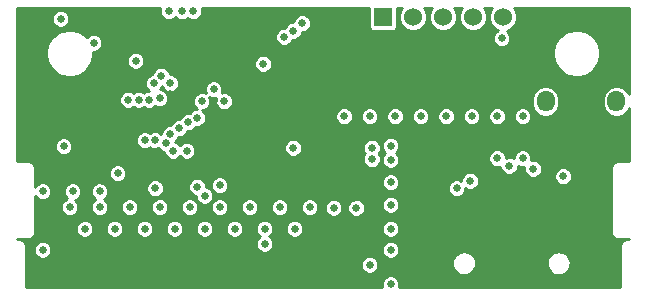
<source format=gbr>
G04 (created by PCBNEW-RS274X (2012-01-19 BZR 3256)-stable) date 26/03/2013 21:56:11*
G01*
G70*
G90*
%MOIN*%
G04 Gerber Fmt 3.4, Leading zero omitted, Abs format*
%FSLAX34Y34*%
G04 APERTURE LIST*
%ADD10C,0.006000*%
%ADD11R,0.060000X0.060000*%
%ADD12C,0.060000*%
%ADD13O,0.060000X0.070000*%
%ADD14C,0.025000*%
%ADD15C,0.010000*%
G04 APERTURE END LIST*
G54D10*
G54D11*
X92400Y-60800D03*
G54D12*
X93400Y-60800D03*
X94400Y-60800D03*
X95400Y-60800D03*
X96400Y-60800D03*
G54D13*
X97819Y-63600D03*
X100181Y-63600D03*
G54D14*
X85150Y-65000D03*
X81950Y-67125D03*
X84800Y-66500D03*
X84250Y-63550D03*
X82950Y-66600D03*
X82950Y-67125D03*
X84600Y-63550D03*
X85700Y-60600D03*
X85000Y-62750D03*
X85250Y-60600D03*
X91100Y-64100D03*
X91950Y-64100D03*
X92800Y-64100D03*
X93650Y-64100D03*
X94500Y-64100D03*
X95350Y-64100D03*
X96200Y-64100D03*
X97050Y-64100D03*
X86075Y-60600D03*
X81650Y-60850D03*
X87100Y-63600D03*
X81050Y-68550D03*
X88450Y-68350D03*
X92025Y-65525D03*
X91500Y-67150D03*
X96200Y-65500D03*
X85900Y-64300D03*
X92650Y-65550D03*
X92650Y-65075D03*
X97050Y-65500D03*
X86200Y-64150D03*
X92650Y-67850D03*
X85850Y-65250D03*
X95300Y-66250D03*
X92650Y-68550D03*
X85400Y-65250D03*
X94850Y-66500D03*
X92650Y-67050D03*
X97400Y-65850D03*
X85300Y-64700D03*
X85600Y-64500D03*
X96600Y-65750D03*
X92650Y-66300D03*
X83950Y-67125D03*
X83550Y-66000D03*
X86950Y-66400D03*
X85950Y-67125D03*
X86950Y-67125D03*
X88950Y-67125D03*
X86200Y-66450D03*
X84950Y-67125D03*
X86450Y-66750D03*
X82050Y-66600D03*
X83900Y-63550D03*
X87950Y-67125D03*
X89950Y-67125D03*
X90750Y-67150D03*
X89100Y-61450D03*
X84800Y-64900D03*
X89400Y-61250D03*
X84450Y-64900D03*
X89700Y-61000D03*
X84150Y-62250D03*
X92650Y-69700D03*
X87450Y-67850D03*
X89450Y-67850D03*
X86450Y-67850D03*
X85300Y-63000D03*
X88450Y-67850D03*
X82450Y-67850D03*
X85450Y-67850D03*
X84450Y-67850D03*
X88400Y-62350D03*
X96350Y-61500D03*
X83450Y-67850D03*
X81050Y-66600D03*
X86350Y-63600D03*
X84950Y-63500D03*
X81750Y-65100D03*
X98400Y-66100D03*
X86750Y-63200D03*
X82750Y-61650D03*
X84750Y-63000D03*
X89400Y-65150D03*
X92025Y-65150D03*
X91950Y-69050D03*
X91950Y-61550D03*
X82800Y-61150D03*
X97600Y-63050D03*
X81300Y-64550D03*
X80700Y-62350D03*
X88350Y-64800D03*
X84100Y-64900D03*
X86750Y-63600D03*
X85300Y-63350D03*
G54D10*
G36*
X100605Y-68205D02*
X100500Y-68205D01*
X100425Y-68220D01*
X100362Y-68262D01*
X100320Y-68325D01*
X100305Y-68400D01*
X100305Y-69805D01*
X99641Y-69805D01*
X99641Y-62039D01*
X99641Y-62038D01*
X99641Y-61962D01*
X99641Y-61961D01*
X99595Y-61732D01*
X99566Y-61661D01*
X99436Y-61468D01*
X99382Y-61414D01*
X99188Y-61284D01*
X99118Y-61255D01*
X98888Y-61209D01*
X98812Y-61209D01*
X98811Y-61209D01*
X98582Y-61255D01*
X98511Y-61284D01*
X98318Y-61414D01*
X98264Y-61468D01*
X98134Y-61662D01*
X98105Y-61732D01*
X98059Y-61962D01*
X98059Y-62038D01*
X98105Y-62268D01*
X98134Y-62338D01*
X98264Y-62532D01*
X98318Y-62586D01*
X98511Y-62716D01*
X98582Y-62745D01*
X98811Y-62791D01*
X98812Y-62791D01*
X98888Y-62791D01*
X99118Y-62745D01*
X99188Y-62716D01*
X99382Y-62586D01*
X99436Y-62532D01*
X99566Y-62339D01*
X99595Y-62268D01*
X99641Y-62039D01*
X99641Y-69805D01*
X98694Y-69805D01*
X98694Y-66159D01*
X98694Y-66042D01*
X98649Y-65934D01*
X98567Y-65851D01*
X98459Y-65806D01*
X98342Y-65806D01*
X98280Y-65831D01*
X98280Y-63752D01*
X98280Y-63569D01*
X98280Y-63449D01*
X98210Y-63280D01*
X98081Y-63150D01*
X97911Y-63079D01*
X97728Y-63079D01*
X97559Y-63149D01*
X97429Y-63278D01*
X97358Y-63448D01*
X97358Y-63631D01*
X97358Y-63751D01*
X97428Y-63920D01*
X97557Y-64050D01*
X97727Y-64121D01*
X97910Y-64121D01*
X98079Y-64051D01*
X98209Y-63922D01*
X98280Y-63752D01*
X98280Y-65831D01*
X98234Y-65851D01*
X98151Y-65933D01*
X98106Y-66041D01*
X98106Y-66158D01*
X98151Y-66266D01*
X98233Y-66349D01*
X98341Y-66394D01*
X98458Y-66394D01*
X98566Y-66349D01*
X98649Y-66267D01*
X98694Y-66159D01*
X98694Y-69805D01*
X98649Y-69805D01*
X98649Y-68980D01*
X98638Y-68904D01*
X98611Y-68829D01*
X98571Y-68763D01*
X98518Y-68704D01*
X98517Y-68702D01*
X98472Y-68670D01*
X98457Y-68658D01*
X98456Y-68657D01*
X98455Y-68657D01*
X98384Y-68624D01*
X98382Y-68623D01*
X98346Y-68614D01*
X98310Y-68605D01*
X98230Y-68601D01*
X98154Y-68612D01*
X98079Y-68639D01*
X98013Y-68679D01*
X97954Y-68731D01*
X97952Y-68733D01*
X97920Y-68777D01*
X97908Y-68793D01*
X97907Y-68793D01*
X97907Y-68795D01*
X97873Y-68868D01*
X97864Y-68904D01*
X97855Y-68940D01*
X97851Y-69020D01*
X97862Y-69096D01*
X97862Y-69097D01*
X97889Y-69171D01*
X97928Y-69236D01*
X97982Y-69296D01*
X97983Y-69297D01*
X98003Y-69312D01*
X98043Y-69342D01*
X98045Y-69343D01*
X98116Y-69376D01*
X98117Y-69377D01*
X98172Y-69390D01*
X98190Y-69395D01*
X98191Y-69395D01*
X98270Y-69399D01*
X98345Y-69388D01*
X98346Y-69388D01*
X98347Y-69387D01*
X98421Y-69361D01*
X98486Y-69322D01*
X98546Y-69268D01*
X98546Y-69267D01*
X98547Y-69267D01*
X98562Y-69246D01*
X98592Y-69207D01*
X98592Y-69206D01*
X98593Y-69205D01*
X98626Y-69134D01*
X98627Y-69133D01*
X98640Y-69078D01*
X98645Y-69060D01*
X98645Y-69059D01*
X98649Y-68980D01*
X98649Y-69805D01*
X97694Y-69805D01*
X97694Y-65909D01*
X97694Y-65792D01*
X97649Y-65684D01*
X97567Y-65601D01*
X97459Y-65556D01*
X97344Y-65556D01*
X97344Y-65442D01*
X97344Y-64159D01*
X97344Y-64042D01*
X97299Y-63934D01*
X97217Y-63851D01*
X97109Y-63806D01*
X96992Y-63806D01*
X96884Y-63851D01*
X96801Y-63933D01*
X96756Y-64041D01*
X96756Y-64158D01*
X96801Y-64266D01*
X96883Y-64349D01*
X96991Y-64394D01*
X97108Y-64394D01*
X97216Y-64349D01*
X97299Y-64267D01*
X97344Y-64159D01*
X97344Y-65442D01*
X97299Y-65334D01*
X97217Y-65251D01*
X97109Y-65206D01*
X96992Y-65206D01*
X96884Y-65251D01*
X96801Y-65333D01*
X96756Y-65441D01*
X96756Y-65496D01*
X96659Y-65456D01*
X96542Y-65456D01*
X96494Y-65476D01*
X96494Y-65442D01*
X96494Y-64159D01*
X96494Y-64042D01*
X96449Y-63934D01*
X96367Y-63851D01*
X96259Y-63806D01*
X96142Y-63806D01*
X96034Y-63851D01*
X95951Y-63933D01*
X95906Y-64041D01*
X95906Y-64158D01*
X95951Y-64266D01*
X96033Y-64349D01*
X96141Y-64394D01*
X96258Y-64394D01*
X96366Y-64349D01*
X96449Y-64267D01*
X96494Y-64159D01*
X96494Y-65442D01*
X96449Y-65334D01*
X96367Y-65251D01*
X96259Y-65206D01*
X96142Y-65206D01*
X96034Y-65251D01*
X95951Y-65333D01*
X95906Y-65441D01*
X95906Y-65558D01*
X95951Y-65666D01*
X96033Y-65749D01*
X96141Y-65794D01*
X96258Y-65794D01*
X96306Y-65774D01*
X96306Y-65808D01*
X96351Y-65916D01*
X96433Y-65999D01*
X96541Y-66044D01*
X96658Y-66044D01*
X96766Y-65999D01*
X96849Y-65917D01*
X96894Y-65809D01*
X96894Y-65753D01*
X96991Y-65794D01*
X97106Y-65794D01*
X97106Y-65908D01*
X97151Y-66016D01*
X97233Y-66099D01*
X97341Y-66144D01*
X97458Y-66144D01*
X97566Y-66099D01*
X97649Y-66017D01*
X97694Y-65909D01*
X97694Y-69805D01*
X95644Y-69805D01*
X95644Y-64159D01*
X95644Y-64042D01*
X95599Y-63934D01*
X95517Y-63851D01*
X95409Y-63806D01*
X95292Y-63806D01*
X95184Y-63851D01*
X95101Y-63933D01*
X95056Y-64041D01*
X95056Y-64158D01*
X95101Y-64266D01*
X95183Y-64349D01*
X95291Y-64394D01*
X95408Y-64394D01*
X95516Y-64349D01*
X95599Y-64267D01*
X95644Y-64159D01*
X95644Y-69805D01*
X95594Y-69805D01*
X95594Y-66309D01*
X95594Y-66192D01*
X95549Y-66084D01*
X95467Y-66001D01*
X95359Y-65956D01*
X95242Y-65956D01*
X95134Y-66001D01*
X95051Y-66083D01*
X95006Y-66191D01*
X95006Y-66246D01*
X94909Y-66206D01*
X94794Y-66206D01*
X94794Y-64159D01*
X94794Y-64042D01*
X94749Y-63934D01*
X94667Y-63851D01*
X94559Y-63806D01*
X94442Y-63806D01*
X94334Y-63851D01*
X94251Y-63933D01*
X94206Y-64041D01*
X94206Y-64158D01*
X94251Y-64266D01*
X94333Y-64349D01*
X94441Y-64394D01*
X94558Y-64394D01*
X94666Y-64349D01*
X94749Y-64267D01*
X94794Y-64159D01*
X94794Y-66206D01*
X94792Y-66206D01*
X94684Y-66251D01*
X94601Y-66333D01*
X94556Y-66441D01*
X94556Y-66558D01*
X94601Y-66666D01*
X94683Y-66749D01*
X94791Y-66794D01*
X94908Y-66794D01*
X95016Y-66749D01*
X95099Y-66667D01*
X95144Y-66559D01*
X95144Y-66503D01*
X95241Y-66544D01*
X95358Y-66544D01*
X95466Y-66499D01*
X95549Y-66417D01*
X95594Y-66309D01*
X95594Y-69805D01*
X95499Y-69805D01*
X95499Y-68980D01*
X95488Y-68904D01*
X95461Y-68829D01*
X95421Y-68763D01*
X95368Y-68704D01*
X95367Y-68702D01*
X95322Y-68670D01*
X95307Y-68658D01*
X95306Y-68657D01*
X95305Y-68657D01*
X95234Y-68624D01*
X95232Y-68623D01*
X95196Y-68614D01*
X95160Y-68605D01*
X95080Y-68601D01*
X95004Y-68612D01*
X94929Y-68639D01*
X94863Y-68679D01*
X94804Y-68731D01*
X94802Y-68733D01*
X94770Y-68777D01*
X94758Y-68793D01*
X94757Y-68793D01*
X94757Y-68795D01*
X94723Y-68868D01*
X94714Y-68904D01*
X94705Y-68940D01*
X94701Y-69020D01*
X94712Y-69096D01*
X94712Y-69097D01*
X94739Y-69171D01*
X94778Y-69236D01*
X94832Y-69296D01*
X94833Y-69297D01*
X94853Y-69312D01*
X94893Y-69342D01*
X94895Y-69343D01*
X94966Y-69376D01*
X94967Y-69377D01*
X95022Y-69390D01*
X95040Y-69395D01*
X95041Y-69395D01*
X95120Y-69399D01*
X95195Y-69388D01*
X95196Y-69388D01*
X95197Y-69387D01*
X95271Y-69361D01*
X95336Y-69322D01*
X95396Y-69268D01*
X95396Y-69267D01*
X95397Y-69267D01*
X95412Y-69246D01*
X95442Y-69207D01*
X95442Y-69206D01*
X95443Y-69205D01*
X95476Y-69134D01*
X95477Y-69133D01*
X95490Y-69078D01*
X95495Y-69060D01*
X95495Y-69059D01*
X95499Y-68980D01*
X95499Y-69805D01*
X93944Y-69805D01*
X93944Y-64159D01*
X93944Y-64042D01*
X93899Y-63934D01*
X93817Y-63851D01*
X93709Y-63806D01*
X93592Y-63806D01*
X93484Y-63851D01*
X93401Y-63933D01*
X93356Y-64041D01*
X93356Y-64158D01*
X93401Y-64266D01*
X93483Y-64349D01*
X93591Y-64394D01*
X93708Y-64394D01*
X93816Y-64349D01*
X93899Y-64267D01*
X93944Y-64159D01*
X93944Y-69805D01*
X93094Y-69805D01*
X93094Y-64159D01*
X93094Y-64042D01*
X93049Y-63934D01*
X92967Y-63851D01*
X92859Y-63806D01*
X92742Y-63806D01*
X92634Y-63851D01*
X92551Y-63933D01*
X92506Y-64041D01*
X92506Y-64158D01*
X92551Y-64266D01*
X92633Y-64349D01*
X92741Y-64394D01*
X92858Y-64394D01*
X92966Y-64349D01*
X93049Y-64267D01*
X93094Y-64159D01*
X93094Y-69805D01*
X92924Y-69805D01*
X92944Y-69759D01*
X92944Y-69642D01*
X92944Y-68609D01*
X92944Y-68492D01*
X92944Y-67909D01*
X92944Y-67792D01*
X92944Y-67109D01*
X92944Y-66992D01*
X92944Y-66359D01*
X92944Y-66242D01*
X92944Y-65609D01*
X92944Y-65492D01*
X92899Y-65384D01*
X92828Y-65312D01*
X92899Y-65242D01*
X92944Y-65134D01*
X92944Y-65017D01*
X92899Y-64909D01*
X92817Y-64826D01*
X92709Y-64781D01*
X92592Y-64781D01*
X92484Y-64826D01*
X92401Y-64908D01*
X92356Y-65016D01*
X92356Y-65133D01*
X92401Y-65241D01*
X92471Y-65312D01*
X92401Y-65383D01*
X92356Y-65491D01*
X92356Y-65608D01*
X92401Y-65716D01*
X92483Y-65799D01*
X92591Y-65844D01*
X92708Y-65844D01*
X92816Y-65799D01*
X92899Y-65717D01*
X92944Y-65609D01*
X92944Y-66242D01*
X92899Y-66134D01*
X92817Y-66051D01*
X92709Y-66006D01*
X92592Y-66006D01*
X92484Y-66051D01*
X92401Y-66133D01*
X92356Y-66241D01*
X92356Y-66358D01*
X92401Y-66466D01*
X92483Y-66549D01*
X92591Y-66594D01*
X92708Y-66594D01*
X92816Y-66549D01*
X92899Y-66467D01*
X92944Y-66359D01*
X92944Y-66992D01*
X92899Y-66884D01*
X92817Y-66801D01*
X92709Y-66756D01*
X92592Y-66756D01*
X92484Y-66801D01*
X92401Y-66883D01*
X92356Y-66991D01*
X92356Y-67108D01*
X92401Y-67216D01*
X92483Y-67299D01*
X92591Y-67344D01*
X92708Y-67344D01*
X92816Y-67299D01*
X92899Y-67217D01*
X92944Y-67109D01*
X92944Y-67792D01*
X92899Y-67684D01*
X92817Y-67601D01*
X92709Y-67556D01*
X92592Y-67556D01*
X92484Y-67601D01*
X92401Y-67683D01*
X92356Y-67791D01*
X92356Y-67908D01*
X92401Y-68016D01*
X92483Y-68099D01*
X92591Y-68144D01*
X92708Y-68144D01*
X92816Y-68099D01*
X92899Y-68017D01*
X92944Y-67909D01*
X92944Y-68492D01*
X92899Y-68384D01*
X92817Y-68301D01*
X92709Y-68256D01*
X92592Y-68256D01*
X92484Y-68301D01*
X92401Y-68383D01*
X92356Y-68491D01*
X92356Y-68608D01*
X92401Y-68716D01*
X92483Y-68799D01*
X92591Y-68844D01*
X92708Y-68844D01*
X92816Y-68799D01*
X92899Y-68717D01*
X92944Y-68609D01*
X92944Y-69642D01*
X92899Y-69534D01*
X92817Y-69451D01*
X92709Y-69406D01*
X92592Y-69406D01*
X92484Y-69451D01*
X92401Y-69533D01*
X92356Y-69641D01*
X92356Y-69758D01*
X92375Y-69805D01*
X92319Y-69805D01*
X92319Y-65584D01*
X92319Y-65467D01*
X92274Y-65359D01*
X92253Y-65337D01*
X92274Y-65317D01*
X92319Y-65209D01*
X92319Y-65092D01*
X92274Y-64984D01*
X92244Y-64953D01*
X92244Y-64159D01*
X92244Y-64042D01*
X92199Y-63934D01*
X92117Y-63851D01*
X92009Y-63806D01*
X91892Y-63806D01*
X91784Y-63851D01*
X91701Y-63933D01*
X91656Y-64041D01*
X91656Y-64158D01*
X91701Y-64266D01*
X91783Y-64349D01*
X91891Y-64394D01*
X92008Y-64394D01*
X92116Y-64349D01*
X92199Y-64267D01*
X92244Y-64159D01*
X92244Y-64953D01*
X92192Y-64901D01*
X92084Y-64856D01*
X91967Y-64856D01*
X91859Y-64901D01*
X91776Y-64983D01*
X91731Y-65091D01*
X91731Y-65208D01*
X91776Y-65316D01*
X91796Y-65337D01*
X91776Y-65358D01*
X91731Y-65466D01*
X91731Y-65583D01*
X91776Y-65691D01*
X91858Y-65774D01*
X91966Y-65819D01*
X92083Y-65819D01*
X92191Y-65774D01*
X92274Y-65692D01*
X92319Y-65584D01*
X92319Y-69805D01*
X92244Y-69805D01*
X92244Y-69109D01*
X92244Y-68992D01*
X92199Y-68884D01*
X92117Y-68801D01*
X92009Y-68756D01*
X91892Y-68756D01*
X91794Y-68796D01*
X91794Y-67209D01*
X91794Y-67092D01*
X91749Y-66984D01*
X91667Y-66901D01*
X91559Y-66856D01*
X91442Y-66856D01*
X91394Y-66876D01*
X91394Y-64159D01*
X91394Y-64042D01*
X91349Y-63934D01*
X91267Y-63851D01*
X91159Y-63806D01*
X91042Y-63806D01*
X90934Y-63851D01*
X90851Y-63933D01*
X90806Y-64041D01*
X90806Y-64158D01*
X90851Y-64266D01*
X90933Y-64349D01*
X91041Y-64394D01*
X91158Y-64394D01*
X91266Y-64349D01*
X91349Y-64267D01*
X91394Y-64159D01*
X91394Y-66876D01*
X91334Y-66901D01*
X91251Y-66983D01*
X91206Y-67091D01*
X91206Y-67208D01*
X91251Y-67316D01*
X91333Y-67399D01*
X91441Y-67444D01*
X91558Y-67444D01*
X91666Y-67399D01*
X91749Y-67317D01*
X91794Y-67209D01*
X91794Y-68796D01*
X91784Y-68801D01*
X91701Y-68883D01*
X91656Y-68991D01*
X91656Y-69108D01*
X91701Y-69216D01*
X91783Y-69299D01*
X91891Y-69344D01*
X92008Y-69344D01*
X92116Y-69299D01*
X92199Y-69217D01*
X92244Y-69109D01*
X92244Y-69805D01*
X91044Y-69805D01*
X91044Y-67209D01*
X91044Y-67092D01*
X90999Y-66984D01*
X90917Y-66901D01*
X90809Y-66856D01*
X90692Y-66856D01*
X90584Y-66901D01*
X90501Y-66983D01*
X90456Y-67091D01*
X90456Y-67208D01*
X90501Y-67316D01*
X90583Y-67399D01*
X90691Y-67444D01*
X90808Y-67444D01*
X90916Y-67399D01*
X90999Y-67317D01*
X91044Y-67209D01*
X91044Y-69805D01*
X90244Y-69805D01*
X90244Y-67184D01*
X90244Y-67067D01*
X90199Y-66959D01*
X90117Y-66876D01*
X90009Y-66831D01*
X89994Y-66831D01*
X89994Y-61059D01*
X89994Y-60942D01*
X89949Y-60834D01*
X89867Y-60751D01*
X89759Y-60706D01*
X89642Y-60706D01*
X89534Y-60751D01*
X89451Y-60833D01*
X89406Y-60941D01*
X89406Y-60956D01*
X89342Y-60956D01*
X89234Y-61001D01*
X89151Y-61083D01*
X89120Y-61156D01*
X89042Y-61156D01*
X88934Y-61201D01*
X88851Y-61283D01*
X88806Y-61391D01*
X88806Y-61508D01*
X88851Y-61616D01*
X88933Y-61699D01*
X89041Y-61744D01*
X89158Y-61744D01*
X89266Y-61699D01*
X89349Y-61617D01*
X89379Y-61544D01*
X89458Y-61544D01*
X89566Y-61499D01*
X89649Y-61417D01*
X89694Y-61309D01*
X89694Y-61294D01*
X89758Y-61294D01*
X89866Y-61249D01*
X89949Y-61167D01*
X89994Y-61059D01*
X89994Y-66831D01*
X89892Y-66831D01*
X89784Y-66876D01*
X89701Y-66958D01*
X89694Y-66974D01*
X89694Y-65209D01*
X89694Y-65092D01*
X89649Y-64984D01*
X89567Y-64901D01*
X89459Y-64856D01*
X89342Y-64856D01*
X89234Y-64901D01*
X89151Y-64983D01*
X89106Y-65091D01*
X89106Y-65208D01*
X89151Y-65316D01*
X89233Y-65399D01*
X89341Y-65444D01*
X89458Y-65444D01*
X89566Y-65399D01*
X89649Y-65317D01*
X89694Y-65209D01*
X89694Y-66974D01*
X89656Y-67066D01*
X89656Y-67183D01*
X89701Y-67291D01*
X89783Y-67374D01*
X89891Y-67419D01*
X90008Y-67419D01*
X90116Y-67374D01*
X90199Y-67292D01*
X90244Y-67184D01*
X90244Y-69805D01*
X89744Y-69805D01*
X89744Y-67909D01*
X89744Y-67792D01*
X89699Y-67684D01*
X89617Y-67601D01*
X89509Y-67556D01*
X89392Y-67556D01*
X89284Y-67601D01*
X89244Y-67640D01*
X89244Y-67184D01*
X89244Y-67067D01*
X89199Y-66959D01*
X89117Y-66876D01*
X89009Y-66831D01*
X88892Y-66831D01*
X88784Y-66876D01*
X88701Y-66958D01*
X88694Y-66974D01*
X88694Y-62409D01*
X88694Y-62292D01*
X88649Y-62184D01*
X88567Y-62101D01*
X88459Y-62056D01*
X88342Y-62056D01*
X88234Y-62101D01*
X88151Y-62183D01*
X88106Y-62291D01*
X88106Y-62408D01*
X88151Y-62516D01*
X88233Y-62599D01*
X88341Y-62644D01*
X88458Y-62644D01*
X88566Y-62599D01*
X88649Y-62517D01*
X88694Y-62409D01*
X88694Y-66974D01*
X88656Y-67066D01*
X88656Y-67183D01*
X88701Y-67291D01*
X88783Y-67374D01*
X88891Y-67419D01*
X89008Y-67419D01*
X89116Y-67374D01*
X89199Y-67292D01*
X89244Y-67184D01*
X89244Y-67640D01*
X89201Y-67683D01*
X89156Y-67791D01*
X89156Y-67908D01*
X89201Y-68016D01*
X89283Y-68099D01*
X89391Y-68144D01*
X89508Y-68144D01*
X89616Y-68099D01*
X89699Y-68017D01*
X89744Y-67909D01*
X89744Y-69805D01*
X88744Y-69805D01*
X88744Y-68409D01*
X88744Y-68292D01*
X88699Y-68184D01*
X88617Y-68101D01*
X88614Y-68099D01*
X88616Y-68099D01*
X88699Y-68017D01*
X88744Y-67909D01*
X88744Y-67792D01*
X88699Y-67684D01*
X88617Y-67601D01*
X88509Y-67556D01*
X88392Y-67556D01*
X88284Y-67601D01*
X88244Y-67640D01*
X88244Y-67184D01*
X88244Y-67067D01*
X88199Y-66959D01*
X88117Y-66876D01*
X88009Y-66831D01*
X87892Y-66831D01*
X87784Y-66876D01*
X87701Y-66958D01*
X87656Y-67066D01*
X87656Y-67183D01*
X87701Y-67291D01*
X87783Y-67374D01*
X87891Y-67419D01*
X88008Y-67419D01*
X88116Y-67374D01*
X88199Y-67292D01*
X88244Y-67184D01*
X88244Y-67640D01*
X88201Y-67683D01*
X88156Y-67791D01*
X88156Y-67908D01*
X88201Y-68016D01*
X88283Y-68099D01*
X88285Y-68100D01*
X88284Y-68101D01*
X88201Y-68183D01*
X88156Y-68291D01*
X88156Y-68408D01*
X88201Y-68516D01*
X88283Y-68599D01*
X88391Y-68644D01*
X88508Y-68644D01*
X88616Y-68599D01*
X88699Y-68517D01*
X88744Y-68409D01*
X88744Y-69805D01*
X87744Y-69805D01*
X87744Y-67909D01*
X87744Y-67792D01*
X87699Y-67684D01*
X87617Y-67601D01*
X87509Y-67556D01*
X87394Y-67556D01*
X87394Y-63659D01*
X87394Y-63542D01*
X87349Y-63434D01*
X87267Y-63351D01*
X87159Y-63306D01*
X87042Y-63306D01*
X87020Y-63314D01*
X87044Y-63259D01*
X87044Y-63142D01*
X86999Y-63034D01*
X86917Y-62951D01*
X86809Y-62906D01*
X86692Y-62906D01*
X86584Y-62951D01*
X86501Y-63033D01*
X86456Y-63141D01*
X86456Y-63258D01*
X86490Y-63339D01*
X86409Y-63306D01*
X86292Y-63306D01*
X86184Y-63351D01*
X86101Y-63433D01*
X86056Y-63541D01*
X86056Y-63658D01*
X86101Y-63766D01*
X86183Y-63849D01*
X86199Y-63856D01*
X86142Y-63856D01*
X86034Y-63901D01*
X85951Y-63983D01*
X85941Y-64006D01*
X85842Y-64006D01*
X85734Y-64051D01*
X85651Y-64133D01*
X85620Y-64206D01*
X85594Y-64206D01*
X85594Y-63059D01*
X85594Y-62942D01*
X85549Y-62834D01*
X85467Y-62751D01*
X85359Y-62706D01*
X85294Y-62706D01*
X85294Y-62692D01*
X85249Y-62584D01*
X85167Y-62501D01*
X85059Y-62456D01*
X84942Y-62456D01*
X84834Y-62501D01*
X84751Y-62583D01*
X84706Y-62691D01*
X84706Y-62706D01*
X84692Y-62706D01*
X84584Y-62751D01*
X84501Y-62833D01*
X84456Y-62941D01*
X84456Y-63058D01*
X84501Y-63166D01*
X84583Y-63249D01*
X84599Y-63256D01*
X84542Y-63256D01*
X84444Y-63296D01*
X84444Y-62309D01*
X84444Y-62192D01*
X84399Y-62084D01*
X84317Y-62001D01*
X84209Y-61956D01*
X84092Y-61956D01*
X83984Y-62001D01*
X83901Y-62083D01*
X83856Y-62191D01*
X83856Y-62308D01*
X83901Y-62416D01*
X83983Y-62499D01*
X84091Y-62544D01*
X84208Y-62544D01*
X84316Y-62499D01*
X84399Y-62417D01*
X84444Y-62309D01*
X84444Y-63296D01*
X84434Y-63301D01*
X84425Y-63309D01*
X84417Y-63301D01*
X84309Y-63256D01*
X84192Y-63256D01*
X84084Y-63301D01*
X84075Y-63309D01*
X84067Y-63301D01*
X83959Y-63256D01*
X83842Y-63256D01*
X83734Y-63301D01*
X83651Y-63383D01*
X83606Y-63491D01*
X83606Y-63608D01*
X83651Y-63716D01*
X83733Y-63799D01*
X83841Y-63844D01*
X83958Y-63844D01*
X84066Y-63799D01*
X84074Y-63790D01*
X84083Y-63799D01*
X84191Y-63844D01*
X84308Y-63844D01*
X84416Y-63799D01*
X84424Y-63790D01*
X84433Y-63799D01*
X84541Y-63844D01*
X84658Y-63844D01*
X84766Y-63799D01*
X84806Y-63758D01*
X84891Y-63794D01*
X85008Y-63794D01*
X85116Y-63749D01*
X85199Y-63667D01*
X85244Y-63559D01*
X85244Y-63442D01*
X85199Y-63334D01*
X85117Y-63251D01*
X85009Y-63206D01*
X84959Y-63206D01*
X84999Y-63167D01*
X85025Y-63104D01*
X85051Y-63166D01*
X85133Y-63249D01*
X85241Y-63294D01*
X85358Y-63294D01*
X85466Y-63249D01*
X85549Y-63167D01*
X85594Y-63059D01*
X85594Y-64206D01*
X85542Y-64206D01*
X85434Y-64251D01*
X85351Y-64333D01*
X85320Y-64406D01*
X85242Y-64406D01*
X85134Y-64451D01*
X85051Y-64533D01*
X85006Y-64641D01*
X85006Y-64690D01*
X84967Y-64651D01*
X84859Y-64606D01*
X84742Y-64606D01*
X84634Y-64651D01*
X84625Y-64659D01*
X84617Y-64651D01*
X84509Y-64606D01*
X84392Y-64606D01*
X84284Y-64651D01*
X84201Y-64733D01*
X84156Y-64841D01*
X84156Y-64958D01*
X84201Y-65066D01*
X84283Y-65149D01*
X84391Y-65194D01*
X84508Y-65194D01*
X84616Y-65149D01*
X84624Y-65140D01*
X84633Y-65149D01*
X84741Y-65194D01*
X84858Y-65194D01*
X84908Y-65173D01*
X84983Y-65249D01*
X85091Y-65294D01*
X85106Y-65294D01*
X85106Y-65308D01*
X85151Y-65416D01*
X85233Y-65499D01*
X85341Y-65544D01*
X85458Y-65544D01*
X85566Y-65499D01*
X85625Y-65440D01*
X85683Y-65499D01*
X85791Y-65544D01*
X85908Y-65544D01*
X86016Y-65499D01*
X86099Y-65417D01*
X86144Y-65309D01*
X86144Y-65192D01*
X86099Y-65084D01*
X86017Y-65001D01*
X85909Y-64956D01*
X85792Y-64956D01*
X85684Y-65001D01*
X85624Y-65059D01*
X85567Y-65001D01*
X85459Y-64956D01*
X85449Y-64956D01*
X85466Y-64949D01*
X85549Y-64867D01*
X85579Y-64794D01*
X85658Y-64794D01*
X85766Y-64749D01*
X85849Y-64667D01*
X85879Y-64594D01*
X85958Y-64594D01*
X86066Y-64549D01*
X86149Y-64467D01*
X86158Y-64444D01*
X86258Y-64444D01*
X86366Y-64399D01*
X86449Y-64317D01*
X86494Y-64209D01*
X86494Y-64092D01*
X86449Y-63984D01*
X86367Y-63901D01*
X86350Y-63894D01*
X86408Y-63894D01*
X86516Y-63849D01*
X86599Y-63767D01*
X86644Y-63659D01*
X86644Y-63542D01*
X86609Y-63460D01*
X86691Y-63494D01*
X86808Y-63494D01*
X86829Y-63485D01*
X86806Y-63541D01*
X86806Y-63658D01*
X86851Y-63766D01*
X86933Y-63849D01*
X87041Y-63894D01*
X87158Y-63894D01*
X87266Y-63849D01*
X87349Y-63767D01*
X87394Y-63659D01*
X87394Y-67556D01*
X87392Y-67556D01*
X87284Y-67601D01*
X87244Y-67640D01*
X87244Y-67184D01*
X87244Y-67067D01*
X87244Y-66459D01*
X87244Y-66342D01*
X87199Y-66234D01*
X87117Y-66151D01*
X87009Y-66106D01*
X86892Y-66106D01*
X86784Y-66151D01*
X86701Y-66233D01*
X86656Y-66341D01*
X86656Y-66458D01*
X86701Y-66566D01*
X86783Y-66649D01*
X86891Y-66694D01*
X87008Y-66694D01*
X87116Y-66649D01*
X87199Y-66567D01*
X87244Y-66459D01*
X87244Y-67067D01*
X87199Y-66959D01*
X87117Y-66876D01*
X87009Y-66831D01*
X86892Y-66831D01*
X86784Y-66876D01*
X86744Y-66915D01*
X86744Y-66809D01*
X86744Y-66692D01*
X86699Y-66584D01*
X86617Y-66501D01*
X86509Y-66456D01*
X86494Y-66456D01*
X86494Y-66392D01*
X86449Y-66284D01*
X86367Y-66201D01*
X86259Y-66156D01*
X86142Y-66156D01*
X86034Y-66201D01*
X85951Y-66283D01*
X85906Y-66391D01*
X85906Y-66508D01*
X85951Y-66616D01*
X86033Y-66699D01*
X86141Y-66744D01*
X86156Y-66744D01*
X86156Y-66808D01*
X86201Y-66916D01*
X86283Y-66999D01*
X86391Y-67044D01*
X86508Y-67044D01*
X86616Y-66999D01*
X86699Y-66917D01*
X86744Y-66809D01*
X86744Y-66915D01*
X86701Y-66958D01*
X86656Y-67066D01*
X86656Y-67183D01*
X86701Y-67291D01*
X86783Y-67374D01*
X86891Y-67419D01*
X87008Y-67419D01*
X87116Y-67374D01*
X87199Y-67292D01*
X87244Y-67184D01*
X87244Y-67640D01*
X87201Y-67683D01*
X87156Y-67791D01*
X87156Y-67908D01*
X87201Y-68016D01*
X87283Y-68099D01*
X87391Y-68144D01*
X87508Y-68144D01*
X87616Y-68099D01*
X87699Y-68017D01*
X87744Y-67909D01*
X87744Y-69805D01*
X86744Y-69805D01*
X86744Y-67909D01*
X86744Y-67792D01*
X86699Y-67684D01*
X86617Y-67601D01*
X86509Y-67556D01*
X86392Y-67556D01*
X86284Y-67601D01*
X86244Y-67640D01*
X86244Y-67184D01*
X86244Y-67067D01*
X86199Y-66959D01*
X86117Y-66876D01*
X86009Y-66831D01*
X85892Y-66831D01*
X85784Y-66876D01*
X85701Y-66958D01*
X85656Y-67066D01*
X85656Y-67183D01*
X85701Y-67291D01*
X85783Y-67374D01*
X85891Y-67419D01*
X86008Y-67419D01*
X86116Y-67374D01*
X86199Y-67292D01*
X86244Y-67184D01*
X86244Y-67640D01*
X86201Y-67683D01*
X86156Y-67791D01*
X86156Y-67908D01*
X86201Y-68016D01*
X86283Y-68099D01*
X86391Y-68144D01*
X86508Y-68144D01*
X86616Y-68099D01*
X86699Y-68017D01*
X86744Y-67909D01*
X86744Y-69805D01*
X85744Y-69805D01*
X85744Y-67909D01*
X85744Y-67792D01*
X85699Y-67684D01*
X85617Y-67601D01*
X85509Y-67556D01*
X85392Y-67556D01*
X85284Y-67601D01*
X85244Y-67640D01*
X85244Y-67184D01*
X85244Y-67067D01*
X85199Y-66959D01*
X85117Y-66876D01*
X85094Y-66866D01*
X85094Y-66559D01*
X85094Y-66442D01*
X85049Y-66334D01*
X84967Y-66251D01*
X84859Y-66206D01*
X84742Y-66206D01*
X84634Y-66251D01*
X84551Y-66333D01*
X84506Y-66441D01*
X84506Y-66558D01*
X84551Y-66666D01*
X84633Y-66749D01*
X84741Y-66794D01*
X84858Y-66794D01*
X84966Y-66749D01*
X85049Y-66667D01*
X85094Y-66559D01*
X85094Y-66866D01*
X85009Y-66831D01*
X84892Y-66831D01*
X84784Y-66876D01*
X84701Y-66958D01*
X84656Y-67066D01*
X84656Y-67183D01*
X84701Y-67291D01*
X84783Y-67374D01*
X84891Y-67419D01*
X85008Y-67419D01*
X85116Y-67374D01*
X85199Y-67292D01*
X85244Y-67184D01*
X85244Y-67640D01*
X85201Y-67683D01*
X85156Y-67791D01*
X85156Y-67908D01*
X85201Y-68016D01*
X85283Y-68099D01*
X85391Y-68144D01*
X85508Y-68144D01*
X85616Y-68099D01*
X85699Y-68017D01*
X85744Y-67909D01*
X85744Y-69805D01*
X84744Y-69805D01*
X84744Y-67909D01*
X84744Y-67792D01*
X84699Y-67684D01*
X84617Y-67601D01*
X84509Y-67556D01*
X84392Y-67556D01*
X84284Y-67601D01*
X84244Y-67640D01*
X84244Y-67184D01*
X84244Y-67067D01*
X84199Y-66959D01*
X84117Y-66876D01*
X84009Y-66831D01*
X83892Y-66831D01*
X83844Y-66851D01*
X83844Y-66059D01*
X83844Y-65942D01*
X83799Y-65834D01*
X83717Y-65751D01*
X83609Y-65706D01*
X83492Y-65706D01*
X83384Y-65751D01*
X83301Y-65833D01*
X83256Y-65941D01*
X83256Y-66058D01*
X83301Y-66166D01*
X83383Y-66249D01*
X83491Y-66294D01*
X83608Y-66294D01*
X83716Y-66249D01*
X83799Y-66167D01*
X83844Y-66059D01*
X83844Y-66851D01*
X83784Y-66876D01*
X83701Y-66958D01*
X83656Y-67066D01*
X83656Y-67183D01*
X83701Y-67291D01*
X83783Y-67374D01*
X83891Y-67419D01*
X84008Y-67419D01*
X84116Y-67374D01*
X84199Y-67292D01*
X84244Y-67184D01*
X84244Y-67640D01*
X84201Y-67683D01*
X84156Y-67791D01*
X84156Y-67908D01*
X84201Y-68016D01*
X84283Y-68099D01*
X84391Y-68144D01*
X84508Y-68144D01*
X84616Y-68099D01*
X84699Y-68017D01*
X84744Y-67909D01*
X84744Y-69805D01*
X83744Y-69805D01*
X83744Y-67909D01*
X83744Y-67792D01*
X83699Y-67684D01*
X83617Y-67601D01*
X83509Y-67556D01*
X83392Y-67556D01*
X83284Y-67601D01*
X83244Y-67640D01*
X83244Y-67184D01*
X83244Y-67067D01*
X83199Y-66959D01*
X83117Y-66876D01*
X83084Y-66862D01*
X83116Y-66849D01*
X83199Y-66767D01*
X83244Y-66659D01*
X83244Y-66542D01*
X83199Y-66434D01*
X83117Y-66351D01*
X83044Y-66320D01*
X83044Y-61709D01*
X83044Y-61592D01*
X82999Y-61484D01*
X82917Y-61401D01*
X82809Y-61356D01*
X82692Y-61356D01*
X82584Y-61401D01*
X82526Y-61458D01*
X82482Y-61414D01*
X82288Y-61284D01*
X82218Y-61255D01*
X81988Y-61209D01*
X81944Y-61209D01*
X81944Y-60909D01*
X81944Y-60792D01*
X81899Y-60684D01*
X81817Y-60601D01*
X81709Y-60556D01*
X81592Y-60556D01*
X81484Y-60601D01*
X81401Y-60683D01*
X81356Y-60791D01*
X81356Y-60908D01*
X81401Y-61016D01*
X81483Y-61099D01*
X81591Y-61144D01*
X81708Y-61144D01*
X81816Y-61099D01*
X81899Y-61017D01*
X81944Y-60909D01*
X81944Y-61209D01*
X81912Y-61209D01*
X81911Y-61209D01*
X81682Y-61255D01*
X81611Y-61284D01*
X81418Y-61414D01*
X81364Y-61468D01*
X81234Y-61662D01*
X81205Y-61732D01*
X81159Y-61962D01*
X81159Y-62038D01*
X81205Y-62268D01*
X81234Y-62338D01*
X81364Y-62532D01*
X81418Y-62586D01*
X81611Y-62716D01*
X81682Y-62745D01*
X81911Y-62791D01*
X81912Y-62791D01*
X81988Y-62791D01*
X82218Y-62745D01*
X82288Y-62716D01*
X82482Y-62586D01*
X82536Y-62532D01*
X82666Y-62339D01*
X82695Y-62268D01*
X82741Y-62039D01*
X82741Y-62038D01*
X82741Y-61962D01*
X82741Y-61961D01*
X82737Y-61944D01*
X82808Y-61944D01*
X82916Y-61899D01*
X82999Y-61817D01*
X83044Y-61709D01*
X83044Y-66320D01*
X83009Y-66306D01*
X82892Y-66306D01*
X82784Y-66351D01*
X82701Y-66433D01*
X82656Y-66541D01*
X82656Y-66658D01*
X82701Y-66766D01*
X82783Y-66849D01*
X82815Y-66862D01*
X82784Y-66876D01*
X82701Y-66958D01*
X82656Y-67066D01*
X82656Y-67183D01*
X82701Y-67291D01*
X82783Y-67374D01*
X82891Y-67419D01*
X83008Y-67419D01*
X83116Y-67374D01*
X83199Y-67292D01*
X83244Y-67184D01*
X83244Y-67640D01*
X83201Y-67683D01*
X83156Y-67791D01*
X83156Y-67908D01*
X83201Y-68016D01*
X83283Y-68099D01*
X83391Y-68144D01*
X83508Y-68144D01*
X83616Y-68099D01*
X83699Y-68017D01*
X83744Y-67909D01*
X83744Y-69805D01*
X82744Y-69805D01*
X82744Y-67909D01*
X82744Y-67792D01*
X82699Y-67684D01*
X82617Y-67601D01*
X82509Y-67556D01*
X82392Y-67556D01*
X82344Y-67576D01*
X82344Y-66659D01*
X82344Y-66542D01*
X82299Y-66434D01*
X82217Y-66351D01*
X82109Y-66306D01*
X82044Y-66306D01*
X82044Y-65159D01*
X82044Y-65042D01*
X81999Y-64934D01*
X81917Y-64851D01*
X81809Y-64806D01*
X81692Y-64806D01*
X81584Y-64851D01*
X81501Y-64933D01*
X81456Y-65041D01*
X81456Y-65158D01*
X81501Y-65266D01*
X81583Y-65349D01*
X81691Y-65394D01*
X81808Y-65394D01*
X81916Y-65349D01*
X81999Y-65267D01*
X82044Y-65159D01*
X82044Y-66306D01*
X81992Y-66306D01*
X81884Y-66351D01*
X81801Y-66433D01*
X81756Y-66541D01*
X81756Y-66658D01*
X81801Y-66766D01*
X81873Y-66838D01*
X81784Y-66876D01*
X81701Y-66958D01*
X81656Y-67066D01*
X81656Y-67183D01*
X81701Y-67291D01*
X81783Y-67374D01*
X81891Y-67419D01*
X82008Y-67419D01*
X82116Y-67374D01*
X82199Y-67292D01*
X82244Y-67184D01*
X82244Y-67067D01*
X82199Y-66959D01*
X82126Y-66886D01*
X82216Y-66849D01*
X82299Y-66767D01*
X82344Y-66659D01*
X82344Y-67576D01*
X82284Y-67601D01*
X82201Y-67683D01*
X82156Y-67791D01*
X82156Y-67908D01*
X82201Y-68016D01*
X82283Y-68099D01*
X82391Y-68144D01*
X82508Y-68144D01*
X82616Y-68099D01*
X82699Y-68017D01*
X82744Y-67909D01*
X82744Y-69805D01*
X81344Y-69805D01*
X81344Y-68609D01*
X81344Y-68492D01*
X81299Y-68384D01*
X81217Y-68301D01*
X81109Y-68256D01*
X80992Y-68256D01*
X80884Y-68301D01*
X80801Y-68383D01*
X80756Y-68491D01*
X80756Y-68608D01*
X80801Y-68716D01*
X80883Y-68799D01*
X80991Y-68844D01*
X81108Y-68844D01*
X81216Y-68799D01*
X81299Y-68717D01*
X81344Y-68609D01*
X81344Y-69805D01*
X80495Y-69805D01*
X80495Y-68400D01*
X80480Y-68325D01*
X80438Y-68262D01*
X80375Y-68220D01*
X80300Y-68205D01*
X80195Y-68205D01*
X80195Y-68195D01*
X80600Y-68195D01*
X80675Y-68180D01*
X80738Y-68138D01*
X80780Y-68075D01*
X80795Y-68000D01*
X80795Y-66751D01*
X80801Y-66766D01*
X80883Y-66849D01*
X80991Y-66894D01*
X81108Y-66894D01*
X81216Y-66849D01*
X81299Y-66767D01*
X81344Y-66659D01*
X81344Y-66542D01*
X81299Y-66434D01*
X81217Y-66351D01*
X81109Y-66306D01*
X80992Y-66306D01*
X80884Y-66351D01*
X80801Y-66433D01*
X80795Y-66447D01*
X80795Y-65800D01*
X80780Y-65725D01*
X80738Y-65662D01*
X80675Y-65620D01*
X80600Y-65605D01*
X80195Y-65605D01*
X80195Y-60495D01*
X84975Y-60495D01*
X84956Y-60541D01*
X84956Y-60658D01*
X85001Y-60766D01*
X85083Y-60849D01*
X85191Y-60894D01*
X85308Y-60894D01*
X85416Y-60849D01*
X85475Y-60790D01*
X85533Y-60849D01*
X85641Y-60894D01*
X85758Y-60894D01*
X85866Y-60849D01*
X85887Y-60828D01*
X85908Y-60849D01*
X86016Y-60894D01*
X86133Y-60894D01*
X86241Y-60849D01*
X86324Y-60767D01*
X86369Y-60659D01*
X86369Y-60542D01*
X86349Y-60495D01*
X91930Y-60495D01*
X91930Y-60534D01*
X91930Y-61134D01*
X91956Y-61196D01*
X92004Y-61244D01*
X92066Y-61270D01*
X92134Y-61270D01*
X92734Y-61270D01*
X92796Y-61244D01*
X92844Y-61196D01*
X92870Y-61134D01*
X92870Y-61066D01*
X92870Y-60495D01*
X93040Y-60495D01*
X93002Y-60533D01*
X92930Y-60706D01*
X92930Y-60893D01*
X93001Y-61066D01*
X93133Y-61198D01*
X93306Y-61270D01*
X93493Y-61270D01*
X93666Y-61199D01*
X93798Y-61067D01*
X93870Y-60894D01*
X93870Y-60707D01*
X93799Y-60534D01*
X93760Y-60495D01*
X94040Y-60495D01*
X94002Y-60533D01*
X93930Y-60706D01*
X93930Y-60893D01*
X94001Y-61066D01*
X94133Y-61198D01*
X94306Y-61270D01*
X94493Y-61270D01*
X94666Y-61199D01*
X94798Y-61067D01*
X94870Y-60894D01*
X94870Y-60707D01*
X94799Y-60534D01*
X94760Y-60495D01*
X95040Y-60495D01*
X95002Y-60533D01*
X94930Y-60706D01*
X94930Y-60893D01*
X95001Y-61066D01*
X95133Y-61198D01*
X95306Y-61270D01*
X95493Y-61270D01*
X95666Y-61199D01*
X95798Y-61067D01*
X95870Y-60894D01*
X95870Y-60707D01*
X95799Y-60534D01*
X95760Y-60495D01*
X96040Y-60495D01*
X96002Y-60533D01*
X95930Y-60706D01*
X95930Y-60893D01*
X96001Y-61066D01*
X96133Y-61198D01*
X96222Y-61235D01*
X96184Y-61251D01*
X96101Y-61333D01*
X96056Y-61441D01*
X96056Y-61558D01*
X96101Y-61666D01*
X96183Y-61749D01*
X96291Y-61794D01*
X96408Y-61794D01*
X96516Y-61749D01*
X96599Y-61667D01*
X96644Y-61559D01*
X96644Y-61442D01*
X96599Y-61334D01*
X96523Y-61257D01*
X96666Y-61199D01*
X96798Y-61067D01*
X96870Y-60894D01*
X96870Y-60707D01*
X96799Y-60534D01*
X96760Y-60495D01*
X100605Y-60495D01*
X100605Y-63359D01*
X100572Y-63280D01*
X100443Y-63150D01*
X100273Y-63079D01*
X100090Y-63079D01*
X99921Y-63149D01*
X99791Y-63278D01*
X99720Y-63448D01*
X99720Y-63631D01*
X99720Y-63751D01*
X99790Y-63920D01*
X99919Y-64050D01*
X100089Y-64121D01*
X100272Y-64121D01*
X100441Y-64051D01*
X100571Y-63922D01*
X100605Y-63840D01*
X100605Y-65605D01*
X100200Y-65605D01*
X100125Y-65620D01*
X100062Y-65662D01*
X100020Y-65725D01*
X100005Y-65800D01*
X100005Y-68000D01*
X100020Y-68075D01*
X100062Y-68138D01*
X100125Y-68180D01*
X100200Y-68195D01*
X100605Y-68195D01*
X100605Y-68205D01*
X100605Y-68205D01*
G37*
G54D15*
X100605Y-68205D02*
X100500Y-68205D01*
X100425Y-68220D01*
X100362Y-68262D01*
X100320Y-68325D01*
X100305Y-68400D01*
X100305Y-69805D01*
X99641Y-69805D01*
X99641Y-62039D01*
X99641Y-62038D01*
X99641Y-61962D01*
X99641Y-61961D01*
X99595Y-61732D01*
X99566Y-61661D01*
X99436Y-61468D01*
X99382Y-61414D01*
X99188Y-61284D01*
X99118Y-61255D01*
X98888Y-61209D01*
X98812Y-61209D01*
X98811Y-61209D01*
X98582Y-61255D01*
X98511Y-61284D01*
X98318Y-61414D01*
X98264Y-61468D01*
X98134Y-61662D01*
X98105Y-61732D01*
X98059Y-61962D01*
X98059Y-62038D01*
X98105Y-62268D01*
X98134Y-62338D01*
X98264Y-62532D01*
X98318Y-62586D01*
X98511Y-62716D01*
X98582Y-62745D01*
X98811Y-62791D01*
X98812Y-62791D01*
X98888Y-62791D01*
X99118Y-62745D01*
X99188Y-62716D01*
X99382Y-62586D01*
X99436Y-62532D01*
X99566Y-62339D01*
X99595Y-62268D01*
X99641Y-62039D01*
X99641Y-69805D01*
X98694Y-69805D01*
X98694Y-66159D01*
X98694Y-66042D01*
X98649Y-65934D01*
X98567Y-65851D01*
X98459Y-65806D01*
X98342Y-65806D01*
X98280Y-65831D01*
X98280Y-63752D01*
X98280Y-63569D01*
X98280Y-63449D01*
X98210Y-63280D01*
X98081Y-63150D01*
X97911Y-63079D01*
X97728Y-63079D01*
X97559Y-63149D01*
X97429Y-63278D01*
X97358Y-63448D01*
X97358Y-63631D01*
X97358Y-63751D01*
X97428Y-63920D01*
X97557Y-64050D01*
X97727Y-64121D01*
X97910Y-64121D01*
X98079Y-64051D01*
X98209Y-63922D01*
X98280Y-63752D01*
X98280Y-65831D01*
X98234Y-65851D01*
X98151Y-65933D01*
X98106Y-66041D01*
X98106Y-66158D01*
X98151Y-66266D01*
X98233Y-66349D01*
X98341Y-66394D01*
X98458Y-66394D01*
X98566Y-66349D01*
X98649Y-66267D01*
X98694Y-66159D01*
X98694Y-69805D01*
X98649Y-69805D01*
X98649Y-68980D01*
X98638Y-68904D01*
X98611Y-68829D01*
X98571Y-68763D01*
X98518Y-68704D01*
X98517Y-68702D01*
X98472Y-68670D01*
X98457Y-68658D01*
X98456Y-68657D01*
X98455Y-68657D01*
X98384Y-68624D01*
X98382Y-68623D01*
X98346Y-68614D01*
X98310Y-68605D01*
X98230Y-68601D01*
X98154Y-68612D01*
X98079Y-68639D01*
X98013Y-68679D01*
X97954Y-68731D01*
X97952Y-68733D01*
X97920Y-68777D01*
X97908Y-68793D01*
X97907Y-68793D01*
X97907Y-68795D01*
X97873Y-68868D01*
X97864Y-68904D01*
X97855Y-68940D01*
X97851Y-69020D01*
X97862Y-69096D01*
X97862Y-69097D01*
X97889Y-69171D01*
X97928Y-69236D01*
X97982Y-69296D01*
X97983Y-69297D01*
X98003Y-69312D01*
X98043Y-69342D01*
X98045Y-69343D01*
X98116Y-69376D01*
X98117Y-69377D01*
X98172Y-69390D01*
X98190Y-69395D01*
X98191Y-69395D01*
X98270Y-69399D01*
X98345Y-69388D01*
X98346Y-69388D01*
X98347Y-69387D01*
X98421Y-69361D01*
X98486Y-69322D01*
X98546Y-69268D01*
X98546Y-69267D01*
X98547Y-69267D01*
X98562Y-69246D01*
X98592Y-69207D01*
X98592Y-69206D01*
X98593Y-69205D01*
X98626Y-69134D01*
X98627Y-69133D01*
X98640Y-69078D01*
X98645Y-69060D01*
X98645Y-69059D01*
X98649Y-68980D01*
X98649Y-69805D01*
X97694Y-69805D01*
X97694Y-65909D01*
X97694Y-65792D01*
X97649Y-65684D01*
X97567Y-65601D01*
X97459Y-65556D01*
X97344Y-65556D01*
X97344Y-65442D01*
X97344Y-64159D01*
X97344Y-64042D01*
X97299Y-63934D01*
X97217Y-63851D01*
X97109Y-63806D01*
X96992Y-63806D01*
X96884Y-63851D01*
X96801Y-63933D01*
X96756Y-64041D01*
X96756Y-64158D01*
X96801Y-64266D01*
X96883Y-64349D01*
X96991Y-64394D01*
X97108Y-64394D01*
X97216Y-64349D01*
X97299Y-64267D01*
X97344Y-64159D01*
X97344Y-65442D01*
X97299Y-65334D01*
X97217Y-65251D01*
X97109Y-65206D01*
X96992Y-65206D01*
X96884Y-65251D01*
X96801Y-65333D01*
X96756Y-65441D01*
X96756Y-65496D01*
X96659Y-65456D01*
X96542Y-65456D01*
X96494Y-65476D01*
X96494Y-65442D01*
X96494Y-64159D01*
X96494Y-64042D01*
X96449Y-63934D01*
X96367Y-63851D01*
X96259Y-63806D01*
X96142Y-63806D01*
X96034Y-63851D01*
X95951Y-63933D01*
X95906Y-64041D01*
X95906Y-64158D01*
X95951Y-64266D01*
X96033Y-64349D01*
X96141Y-64394D01*
X96258Y-64394D01*
X96366Y-64349D01*
X96449Y-64267D01*
X96494Y-64159D01*
X96494Y-65442D01*
X96449Y-65334D01*
X96367Y-65251D01*
X96259Y-65206D01*
X96142Y-65206D01*
X96034Y-65251D01*
X95951Y-65333D01*
X95906Y-65441D01*
X95906Y-65558D01*
X95951Y-65666D01*
X96033Y-65749D01*
X96141Y-65794D01*
X96258Y-65794D01*
X96306Y-65774D01*
X96306Y-65808D01*
X96351Y-65916D01*
X96433Y-65999D01*
X96541Y-66044D01*
X96658Y-66044D01*
X96766Y-65999D01*
X96849Y-65917D01*
X96894Y-65809D01*
X96894Y-65753D01*
X96991Y-65794D01*
X97106Y-65794D01*
X97106Y-65908D01*
X97151Y-66016D01*
X97233Y-66099D01*
X97341Y-66144D01*
X97458Y-66144D01*
X97566Y-66099D01*
X97649Y-66017D01*
X97694Y-65909D01*
X97694Y-69805D01*
X95644Y-69805D01*
X95644Y-64159D01*
X95644Y-64042D01*
X95599Y-63934D01*
X95517Y-63851D01*
X95409Y-63806D01*
X95292Y-63806D01*
X95184Y-63851D01*
X95101Y-63933D01*
X95056Y-64041D01*
X95056Y-64158D01*
X95101Y-64266D01*
X95183Y-64349D01*
X95291Y-64394D01*
X95408Y-64394D01*
X95516Y-64349D01*
X95599Y-64267D01*
X95644Y-64159D01*
X95644Y-69805D01*
X95594Y-69805D01*
X95594Y-66309D01*
X95594Y-66192D01*
X95549Y-66084D01*
X95467Y-66001D01*
X95359Y-65956D01*
X95242Y-65956D01*
X95134Y-66001D01*
X95051Y-66083D01*
X95006Y-66191D01*
X95006Y-66246D01*
X94909Y-66206D01*
X94794Y-66206D01*
X94794Y-64159D01*
X94794Y-64042D01*
X94749Y-63934D01*
X94667Y-63851D01*
X94559Y-63806D01*
X94442Y-63806D01*
X94334Y-63851D01*
X94251Y-63933D01*
X94206Y-64041D01*
X94206Y-64158D01*
X94251Y-64266D01*
X94333Y-64349D01*
X94441Y-64394D01*
X94558Y-64394D01*
X94666Y-64349D01*
X94749Y-64267D01*
X94794Y-64159D01*
X94794Y-66206D01*
X94792Y-66206D01*
X94684Y-66251D01*
X94601Y-66333D01*
X94556Y-66441D01*
X94556Y-66558D01*
X94601Y-66666D01*
X94683Y-66749D01*
X94791Y-66794D01*
X94908Y-66794D01*
X95016Y-66749D01*
X95099Y-66667D01*
X95144Y-66559D01*
X95144Y-66503D01*
X95241Y-66544D01*
X95358Y-66544D01*
X95466Y-66499D01*
X95549Y-66417D01*
X95594Y-66309D01*
X95594Y-69805D01*
X95499Y-69805D01*
X95499Y-68980D01*
X95488Y-68904D01*
X95461Y-68829D01*
X95421Y-68763D01*
X95368Y-68704D01*
X95367Y-68702D01*
X95322Y-68670D01*
X95307Y-68658D01*
X95306Y-68657D01*
X95305Y-68657D01*
X95234Y-68624D01*
X95232Y-68623D01*
X95196Y-68614D01*
X95160Y-68605D01*
X95080Y-68601D01*
X95004Y-68612D01*
X94929Y-68639D01*
X94863Y-68679D01*
X94804Y-68731D01*
X94802Y-68733D01*
X94770Y-68777D01*
X94758Y-68793D01*
X94757Y-68793D01*
X94757Y-68795D01*
X94723Y-68868D01*
X94714Y-68904D01*
X94705Y-68940D01*
X94701Y-69020D01*
X94712Y-69096D01*
X94712Y-69097D01*
X94739Y-69171D01*
X94778Y-69236D01*
X94832Y-69296D01*
X94833Y-69297D01*
X94853Y-69312D01*
X94893Y-69342D01*
X94895Y-69343D01*
X94966Y-69376D01*
X94967Y-69377D01*
X95022Y-69390D01*
X95040Y-69395D01*
X95041Y-69395D01*
X95120Y-69399D01*
X95195Y-69388D01*
X95196Y-69388D01*
X95197Y-69387D01*
X95271Y-69361D01*
X95336Y-69322D01*
X95396Y-69268D01*
X95396Y-69267D01*
X95397Y-69267D01*
X95412Y-69246D01*
X95442Y-69207D01*
X95442Y-69206D01*
X95443Y-69205D01*
X95476Y-69134D01*
X95477Y-69133D01*
X95490Y-69078D01*
X95495Y-69060D01*
X95495Y-69059D01*
X95499Y-68980D01*
X95499Y-69805D01*
X93944Y-69805D01*
X93944Y-64159D01*
X93944Y-64042D01*
X93899Y-63934D01*
X93817Y-63851D01*
X93709Y-63806D01*
X93592Y-63806D01*
X93484Y-63851D01*
X93401Y-63933D01*
X93356Y-64041D01*
X93356Y-64158D01*
X93401Y-64266D01*
X93483Y-64349D01*
X93591Y-64394D01*
X93708Y-64394D01*
X93816Y-64349D01*
X93899Y-64267D01*
X93944Y-64159D01*
X93944Y-69805D01*
X93094Y-69805D01*
X93094Y-64159D01*
X93094Y-64042D01*
X93049Y-63934D01*
X92967Y-63851D01*
X92859Y-63806D01*
X92742Y-63806D01*
X92634Y-63851D01*
X92551Y-63933D01*
X92506Y-64041D01*
X92506Y-64158D01*
X92551Y-64266D01*
X92633Y-64349D01*
X92741Y-64394D01*
X92858Y-64394D01*
X92966Y-64349D01*
X93049Y-64267D01*
X93094Y-64159D01*
X93094Y-69805D01*
X92924Y-69805D01*
X92944Y-69759D01*
X92944Y-69642D01*
X92944Y-68609D01*
X92944Y-68492D01*
X92944Y-67909D01*
X92944Y-67792D01*
X92944Y-67109D01*
X92944Y-66992D01*
X92944Y-66359D01*
X92944Y-66242D01*
X92944Y-65609D01*
X92944Y-65492D01*
X92899Y-65384D01*
X92828Y-65312D01*
X92899Y-65242D01*
X92944Y-65134D01*
X92944Y-65017D01*
X92899Y-64909D01*
X92817Y-64826D01*
X92709Y-64781D01*
X92592Y-64781D01*
X92484Y-64826D01*
X92401Y-64908D01*
X92356Y-65016D01*
X92356Y-65133D01*
X92401Y-65241D01*
X92471Y-65312D01*
X92401Y-65383D01*
X92356Y-65491D01*
X92356Y-65608D01*
X92401Y-65716D01*
X92483Y-65799D01*
X92591Y-65844D01*
X92708Y-65844D01*
X92816Y-65799D01*
X92899Y-65717D01*
X92944Y-65609D01*
X92944Y-66242D01*
X92899Y-66134D01*
X92817Y-66051D01*
X92709Y-66006D01*
X92592Y-66006D01*
X92484Y-66051D01*
X92401Y-66133D01*
X92356Y-66241D01*
X92356Y-66358D01*
X92401Y-66466D01*
X92483Y-66549D01*
X92591Y-66594D01*
X92708Y-66594D01*
X92816Y-66549D01*
X92899Y-66467D01*
X92944Y-66359D01*
X92944Y-66992D01*
X92899Y-66884D01*
X92817Y-66801D01*
X92709Y-66756D01*
X92592Y-66756D01*
X92484Y-66801D01*
X92401Y-66883D01*
X92356Y-66991D01*
X92356Y-67108D01*
X92401Y-67216D01*
X92483Y-67299D01*
X92591Y-67344D01*
X92708Y-67344D01*
X92816Y-67299D01*
X92899Y-67217D01*
X92944Y-67109D01*
X92944Y-67792D01*
X92899Y-67684D01*
X92817Y-67601D01*
X92709Y-67556D01*
X92592Y-67556D01*
X92484Y-67601D01*
X92401Y-67683D01*
X92356Y-67791D01*
X92356Y-67908D01*
X92401Y-68016D01*
X92483Y-68099D01*
X92591Y-68144D01*
X92708Y-68144D01*
X92816Y-68099D01*
X92899Y-68017D01*
X92944Y-67909D01*
X92944Y-68492D01*
X92899Y-68384D01*
X92817Y-68301D01*
X92709Y-68256D01*
X92592Y-68256D01*
X92484Y-68301D01*
X92401Y-68383D01*
X92356Y-68491D01*
X92356Y-68608D01*
X92401Y-68716D01*
X92483Y-68799D01*
X92591Y-68844D01*
X92708Y-68844D01*
X92816Y-68799D01*
X92899Y-68717D01*
X92944Y-68609D01*
X92944Y-69642D01*
X92899Y-69534D01*
X92817Y-69451D01*
X92709Y-69406D01*
X92592Y-69406D01*
X92484Y-69451D01*
X92401Y-69533D01*
X92356Y-69641D01*
X92356Y-69758D01*
X92375Y-69805D01*
X92319Y-69805D01*
X92319Y-65584D01*
X92319Y-65467D01*
X92274Y-65359D01*
X92253Y-65337D01*
X92274Y-65317D01*
X92319Y-65209D01*
X92319Y-65092D01*
X92274Y-64984D01*
X92244Y-64953D01*
X92244Y-64159D01*
X92244Y-64042D01*
X92199Y-63934D01*
X92117Y-63851D01*
X92009Y-63806D01*
X91892Y-63806D01*
X91784Y-63851D01*
X91701Y-63933D01*
X91656Y-64041D01*
X91656Y-64158D01*
X91701Y-64266D01*
X91783Y-64349D01*
X91891Y-64394D01*
X92008Y-64394D01*
X92116Y-64349D01*
X92199Y-64267D01*
X92244Y-64159D01*
X92244Y-64953D01*
X92192Y-64901D01*
X92084Y-64856D01*
X91967Y-64856D01*
X91859Y-64901D01*
X91776Y-64983D01*
X91731Y-65091D01*
X91731Y-65208D01*
X91776Y-65316D01*
X91796Y-65337D01*
X91776Y-65358D01*
X91731Y-65466D01*
X91731Y-65583D01*
X91776Y-65691D01*
X91858Y-65774D01*
X91966Y-65819D01*
X92083Y-65819D01*
X92191Y-65774D01*
X92274Y-65692D01*
X92319Y-65584D01*
X92319Y-69805D01*
X92244Y-69805D01*
X92244Y-69109D01*
X92244Y-68992D01*
X92199Y-68884D01*
X92117Y-68801D01*
X92009Y-68756D01*
X91892Y-68756D01*
X91794Y-68796D01*
X91794Y-67209D01*
X91794Y-67092D01*
X91749Y-66984D01*
X91667Y-66901D01*
X91559Y-66856D01*
X91442Y-66856D01*
X91394Y-66876D01*
X91394Y-64159D01*
X91394Y-64042D01*
X91349Y-63934D01*
X91267Y-63851D01*
X91159Y-63806D01*
X91042Y-63806D01*
X90934Y-63851D01*
X90851Y-63933D01*
X90806Y-64041D01*
X90806Y-64158D01*
X90851Y-64266D01*
X90933Y-64349D01*
X91041Y-64394D01*
X91158Y-64394D01*
X91266Y-64349D01*
X91349Y-64267D01*
X91394Y-64159D01*
X91394Y-66876D01*
X91334Y-66901D01*
X91251Y-66983D01*
X91206Y-67091D01*
X91206Y-67208D01*
X91251Y-67316D01*
X91333Y-67399D01*
X91441Y-67444D01*
X91558Y-67444D01*
X91666Y-67399D01*
X91749Y-67317D01*
X91794Y-67209D01*
X91794Y-68796D01*
X91784Y-68801D01*
X91701Y-68883D01*
X91656Y-68991D01*
X91656Y-69108D01*
X91701Y-69216D01*
X91783Y-69299D01*
X91891Y-69344D01*
X92008Y-69344D01*
X92116Y-69299D01*
X92199Y-69217D01*
X92244Y-69109D01*
X92244Y-69805D01*
X91044Y-69805D01*
X91044Y-67209D01*
X91044Y-67092D01*
X90999Y-66984D01*
X90917Y-66901D01*
X90809Y-66856D01*
X90692Y-66856D01*
X90584Y-66901D01*
X90501Y-66983D01*
X90456Y-67091D01*
X90456Y-67208D01*
X90501Y-67316D01*
X90583Y-67399D01*
X90691Y-67444D01*
X90808Y-67444D01*
X90916Y-67399D01*
X90999Y-67317D01*
X91044Y-67209D01*
X91044Y-69805D01*
X90244Y-69805D01*
X90244Y-67184D01*
X90244Y-67067D01*
X90199Y-66959D01*
X90117Y-66876D01*
X90009Y-66831D01*
X89994Y-66831D01*
X89994Y-61059D01*
X89994Y-60942D01*
X89949Y-60834D01*
X89867Y-60751D01*
X89759Y-60706D01*
X89642Y-60706D01*
X89534Y-60751D01*
X89451Y-60833D01*
X89406Y-60941D01*
X89406Y-60956D01*
X89342Y-60956D01*
X89234Y-61001D01*
X89151Y-61083D01*
X89120Y-61156D01*
X89042Y-61156D01*
X88934Y-61201D01*
X88851Y-61283D01*
X88806Y-61391D01*
X88806Y-61508D01*
X88851Y-61616D01*
X88933Y-61699D01*
X89041Y-61744D01*
X89158Y-61744D01*
X89266Y-61699D01*
X89349Y-61617D01*
X89379Y-61544D01*
X89458Y-61544D01*
X89566Y-61499D01*
X89649Y-61417D01*
X89694Y-61309D01*
X89694Y-61294D01*
X89758Y-61294D01*
X89866Y-61249D01*
X89949Y-61167D01*
X89994Y-61059D01*
X89994Y-66831D01*
X89892Y-66831D01*
X89784Y-66876D01*
X89701Y-66958D01*
X89694Y-66974D01*
X89694Y-65209D01*
X89694Y-65092D01*
X89649Y-64984D01*
X89567Y-64901D01*
X89459Y-64856D01*
X89342Y-64856D01*
X89234Y-64901D01*
X89151Y-64983D01*
X89106Y-65091D01*
X89106Y-65208D01*
X89151Y-65316D01*
X89233Y-65399D01*
X89341Y-65444D01*
X89458Y-65444D01*
X89566Y-65399D01*
X89649Y-65317D01*
X89694Y-65209D01*
X89694Y-66974D01*
X89656Y-67066D01*
X89656Y-67183D01*
X89701Y-67291D01*
X89783Y-67374D01*
X89891Y-67419D01*
X90008Y-67419D01*
X90116Y-67374D01*
X90199Y-67292D01*
X90244Y-67184D01*
X90244Y-69805D01*
X89744Y-69805D01*
X89744Y-67909D01*
X89744Y-67792D01*
X89699Y-67684D01*
X89617Y-67601D01*
X89509Y-67556D01*
X89392Y-67556D01*
X89284Y-67601D01*
X89244Y-67640D01*
X89244Y-67184D01*
X89244Y-67067D01*
X89199Y-66959D01*
X89117Y-66876D01*
X89009Y-66831D01*
X88892Y-66831D01*
X88784Y-66876D01*
X88701Y-66958D01*
X88694Y-66974D01*
X88694Y-62409D01*
X88694Y-62292D01*
X88649Y-62184D01*
X88567Y-62101D01*
X88459Y-62056D01*
X88342Y-62056D01*
X88234Y-62101D01*
X88151Y-62183D01*
X88106Y-62291D01*
X88106Y-62408D01*
X88151Y-62516D01*
X88233Y-62599D01*
X88341Y-62644D01*
X88458Y-62644D01*
X88566Y-62599D01*
X88649Y-62517D01*
X88694Y-62409D01*
X88694Y-66974D01*
X88656Y-67066D01*
X88656Y-67183D01*
X88701Y-67291D01*
X88783Y-67374D01*
X88891Y-67419D01*
X89008Y-67419D01*
X89116Y-67374D01*
X89199Y-67292D01*
X89244Y-67184D01*
X89244Y-67640D01*
X89201Y-67683D01*
X89156Y-67791D01*
X89156Y-67908D01*
X89201Y-68016D01*
X89283Y-68099D01*
X89391Y-68144D01*
X89508Y-68144D01*
X89616Y-68099D01*
X89699Y-68017D01*
X89744Y-67909D01*
X89744Y-69805D01*
X88744Y-69805D01*
X88744Y-68409D01*
X88744Y-68292D01*
X88699Y-68184D01*
X88617Y-68101D01*
X88614Y-68099D01*
X88616Y-68099D01*
X88699Y-68017D01*
X88744Y-67909D01*
X88744Y-67792D01*
X88699Y-67684D01*
X88617Y-67601D01*
X88509Y-67556D01*
X88392Y-67556D01*
X88284Y-67601D01*
X88244Y-67640D01*
X88244Y-67184D01*
X88244Y-67067D01*
X88199Y-66959D01*
X88117Y-66876D01*
X88009Y-66831D01*
X87892Y-66831D01*
X87784Y-66876D01*
X87701Y-66958D01*
X87656Y-67066D01*
X87656Y-67183D01*
X87701Y-67291D01*
X87783Y-67374D01*
X87891Y-67419D01*
X88008Y-67419D01*
X88116Y-67374D01*
X88199Y-67292D01*
X88244Y-67184D01*
X88244Y-67640D01*
X88201Y-67683D01*
X88156Y-67791D01*
X88156Y-67908D01*
X88201Y-68016D01*
X88283Y-68099D01*
X88285Y-68100D01*
X88284Y-68101D01*
X88201Y-68183D01*
X88156Y-68291D01*
X88156Y-68408D01*
X88201Y-68516D01*
X88283Y-68599D01*
X88391Y-68644D01*
X88508Y-68644D01*
X88616Y-68599D01*
X88699Y-68517D01*
X88744Y-68409D01*
X88744Y-69805D01*
X87744Y-69805D01*
X87744Y-67909D01*
X87744Y-67792D01*
X87699Y-67684D01*
X87617Y-67601D01*
X87509Y-67556D01*
X87394Y-67556D01*
X87394Y-63659D01*
X87394Y-63542D01*
X87349Y-63434D01*
X87267Y-63351D01*
X87159Y-63306D01*
X87042Y-63306D01*
X87020Y-63314D01*
X87044Y-63259D01*
X87044Y-63142D01*
X86999Y-63034D01*
X86917Y-62951D01*
X86809Y-62906D01*
X86692Y-62906D01*
X86584Y-62951D01*
X86501Y-63033D01*
X86456Y-63141D01*
X86456Y-63258D01*
X86490Y-63339D01*
X86409Y-63306D01*
X86292Y-63306D01*
X86184Y-63351D01*
X86101Y-63433D01*
X86056Y-63541D01*
X86056Y-63658D01*
X86101Y-63766D01*
X86183Y-63849D01*
X86199Y-63856D01*
X86142Y-63856D01*
X86034Y-63901D01*
X85951Y-63983D01*
X85941Y-64006D01*
X85842Y-64006D01*
X85734Y-64051D01*
X85651Y-64133D01*
X85620Y-64206D01*
X85594Y-64206D01*
X85594Y-63059D01*
X85594Y-62942D01*
X85549Y-62834D01*
X85467Y-62751D01*
X85359Y-62706D01*
X85294Y-62706D01*
X85294Y-62692D01*
X85249Y-62584D01*
X85167Y-62501D01*
X85059Y-62456D01*
X84942Y-62456D01*
X84834Y-62501D01*
X84751Y-62583D01*
X84706Y-62691D01*
X84706Y-62706D01*
X84692Y-62706D01*
X84584Y-62751D01*
X84501Y-62833D01*
X84456Y-62941D01*
X84456Y-63058D01*
X84501Y-63166D01*
X84583Y-63249D01*
X84599Y-63256D01*
X84542Y-63256D01*
X84444Y-63296D01*
X84444Y-62309D01*
X84444Y-62192D01*
X84399Y-62084D01*
X84317Y-62001D01*
X84209Y-61956D01*
X84092Y-61956D01*
X83984Y-62001D01*
X83901Y-62083D01*
X83856Y-62191D01*
X83856Y-62308D01*
X83901Y-62416D01*
X83983Y-62499D01*
X84091Y-62544D01*
X84208Y-62544D01*
X84316Y-62499D01*
X84399Y-62417D01*
X84444Y-62309D01*
X84444Y-63296D01*
X84434Y-63301D01*
X84425Y-63309D01*
X84417Y-63301D01*
X84309Y-63256D01*
X84192Y-63256D01*
X84084Y-63301D01*
X84075Y-63309D01*
X84067Y-63301D01*
X83959Y-63256D01*
X83842Y-63256D01*
X83734Y-63301D01*
X83651Y-63383D01*
X83606Y-63491D01*
X83606Y-63608D01*
X83651Y-63716D01*
X83733Y-63799D01*
X83841Y-63844D01*
X83958Y-63844D01*
X84066Y-63799D01*
X84074Y-63790D01*
X84083Y-63799D01*
X84191Y-63844D01*
X84308Y-63844D01*
X84416Y-63799D01*
X84424Y-63790D01*
X84433Y-63799D01*
X84541Y-63844D01*
X84658Y-63844D01*
X84766Y-63799D01*
X84806Y-63758D01*
X84891Y-63794D01*
X85008Y-63794D01*
X85116Y-63749D01*
X85199Y-63667D01*
X85244Y-63559D01*
X85244Y-63442D01*
X85199Y-63334D01*
X85117Y-63251D01*
X85009Y-63206D01*
X84959Y-63206D01*
X84999Y-63167D01*
X85025Y-63104D01*
X85051Y-63166D01*
X85133Y-63249D01*
X85241Y-63294D01*
X85358Y-63294D01*
X85466Y-63249D01*
X85549Y-63167D01*
X85594Y-63059D01*
X85594Y-64206D01*
X85542Y-64206D01*
X85434Y-64251D01*
X85351Y-64333D01*
X85320Y-64406D01*
X85242Y-64406D01*
X85134Y-64451D01*
X85051Y-64533D01*
X85006Y-64641D01*
X85006Y-64690D01*
X84967Y-64651D01*
X84859Y-64606D01*
X84742Y-64606D01*
X84634Y-64651D01*
X84625Y-64659D01*
X84617Y-64651D01*
X84509Y-64606D01*
X84392Y-64606D01*
X84284Y-64651D01*
X84201Y-64733D01*
X84156Y-64841D01*
X84156Y-64958D01*
X84201Y-65066D01*
X84283Y-65149D01*
X84391Y-65194D01*
X84508Y-65194D01*
X84616Y-65149D01*
X84624Y-65140D01*
X84633Y-65149D01*
X84741Y-65194D01*
X84858Y-65194D01*
X84908Y-65173D01*
X84983Y-65249D01*
X85091Y-65294D01*
X85106Y-65294D01*
X85106Y-65308D01*
X85151Y-65416D01*
X85233Y-65499D01*
X85341Y-65544D01*
X85458Y-65544D01*
X85566Y-65499D01*
X85625Y-65440D01*
X85683Y-65499D01*
X85791Y-65544D01*
X85908Y-65544D01*
X86016Y-65499D01*
X86099Y-65417D01*
X86144Y-65309D01*
X86144Y-65192D01*
X86099Y-65084D01*
X86017Y-65001D01*
X85909Y-64956D01*
X85792Y-64956D01*
X85684Y-65001D01*
X85624Y-65059D01*
X85567Y-65001D01*
X85459Y-64956D01*
X85449Y-64956D01*
X85466Y-64949D01*
X85549Y-64867D01*
X85579Y-64794D01*
X85658Y-64794D01*
X85766Y-64749D01*
X85849Y-64667D01*
X85879Y-64594D01*
X85958Y-64594D01*
X86066Y-64549D01*
X86149Y-64467D01*
X86158Y-64444D01*
X86258Y-64444D01*
X86366Y-64399D01*
X86449Y-64317D01*
X86494Y-64209D01*
X86494Y-64092D01*
X86449Y-63984D01*
X86367Y-63901D01*
X86350Y-63894D01*
X86408Y-63894D01*
X86516Y-63849D01*
X86599Y-63767D01*
X86644Y-63659D01*
X86644Y-63542D01*
X86609Y-63460D01*
X86691Y-63494D01*
X86808Y-63494D01*
X86829Y-63485D01*
X86806Y-63541D01*
X86806Y-63658D01*
X86851Y-63766D01*
X86933Y-63849D01*
X87041Y-63894D01*
X87158Y-63894D01*
X87266Y-63849D01*
X87349Y-63767D01*
X87394Y-63659D01*
X87394Y-67556D01*
X87392Y-67556D01*
X87284Y-67601D01*
X87244Y-67640D01*
X87244Y-67184D01*
X87244Y-67067D01*
X87244Y-66459D01*
X87244Y-66342D01*
X87199Y-66234D01*
X87117Y-66151D01*
X87009Y-66106D01*
X86892Y-66106D01*
X86784Y-66151D01*
X86701Y-66233D01*
X86656Y-66341D01*
X86656Y-66458D01*
X86701Y-66566D01*
X86783Y-66649D01*
X86891Y-66694D01*
X87008Y-66694D01*
X87116Y-66649D01*
X87199Y-66567D01*
X87244Y-66459D01*
X87244Y-67067D01*
X87199Y-66959D01*
X87117Y-66876D01*
X87009Y-66831D01*
X86892Y-66831D01*
X86784Y-66876D01*
X86744Y-66915D01*
X86744Y-66809D01*
X86744Y-66692D01*
X86699Y-66584D01*
X86617Y-66501D01*
X86509Y-66456D01*
X86494Y-66456D01*
X86494Y-66392D01*
X86449Y-66284D01*
X86367Y-66201D01*
X86259Y-66156D01*
X86142Y-66156D01*
X86034Y-66201D01*
X85951Y-66283D01*
X85906Y-66391D01*
X85906Y-66508D01*
X85951Y-66616D01*
X86033Y-66699D01*
X86141Y-66744D01*
X86156Y-66744D01*
X86156Y-66808D01*
X86201Y-66916D01*
X86283Y-66999D01*
X86391Y-67044D01*
X86508Y-67044D01*
X86616Y-66999D01*
X86699Y-66917D01*
X86744Y-66809D01*
X86744Y-66915D01*
X86701Y-66958D01*
X86656Y-67066D01*
X86656Y-67183D01*
X86701Y-67291D01*
X86783Y-67374D01*
X86891Y-67419D01*
X87008Y-67419D01*
X87116Y-67374D01*
X87199Y-67292D01*
X87244Y-67184D01*
X87244Y-67640D01*
X87201Y-67683D01*
X87156Y-67791D01*
X87156Y-67908D01*
X87201Y-68016D01*
X87283Y-68099D01*
X87391Y-68144D01*
X87508Y-68144D01*
X87616Y-68099D01*
X87699Y-68017D01*
X87744Y-67909D01*
X87744Y-69805D01*
X86744Y-69805D01*
X86744Y-67909D01*
X86744Y-67792D01*
X86699Y-67684D01*
X86617Y-67601D01*
X86509Y-67556D01*
X86392Y-67556D01*
X86284Y-67601D01*
X86244Y-67640D01*
X86244Y-67184D01*
X86244Y-67067D01*
X86199Y-66959D01*
X86117Y-66876D01*
X86009Y-66831D01*
X85892Y-66831D01*
X85784Y-66876D01*
X85701Y-66958D01*
X85656Y-67066D01*
X85656Y-67183D01*
X85701Y-67291D01*
X85783Y-67374D01*
X85891Y-67419D01*
X86008Y-67419D01*
X86116Y-67374D01*
X86199Y-67292D01*
X86244Y-67184D01*
X86244Y-67640D01*
X86201Y-67683D01*
X86156Y-67791D01*
X86156Y-67908D01*
X86201Y-68016D01*
X86283Y-68099D01*
X86391Y-68144D01*
X86508Y-68144D01*
X86616Y-68099D01*
X86699Y-68017D01*
X86744Y-67909D01*
X86744Y-69805D01*
X85744Y-69805D01*
X85744Y-67909D01*
X85744Y-67792D01*
X85699Y-67684D01*
X85617Y-67601D01*
X85509Y-67556D01*
X85392Y-67556D01*
X85284Y-67601D01*
X85244Y-67640D01*
X85244Y-67184D01*
X85244Y-67067D01*
X85199Y-66959D01*
X85117Y-66876D01*
X85094Y-66866D01*
X85094Y-66559D01*
X85094Y-66442D01*
X85049Y-66334D01*
X84967Y-66251D01*
X84859Y-66206D01*
X84742Y-66206D01*
X84634Y-66251D01*
X84551Y-66333D01*
X84506Y-66441D01*
X84506Y-66558D01*
X84551Y-66666D01*
X84633Y-66749D01*
X84741Y-66794D01*
X84858Y-66794D01*
X84966Y-66749D01*
X85049Y-66667D01*
X85094Y-66559D01*
X85094Y-66866D01*
X85009Y-66831D01*
X84892Y-66831D01*
X84784Y-66876D01*
X84701Y-66958D01*
X84656Y-67066D01*
X84656Y-67183D01*
X84701Y-67291D01*
X84783Y-67374D01*
X84891Y-67419D01*
X85008Y-67419D01*
X85116Y-67374D01*
X85199Y-67292D01*
X85244Y-67184D01*
X85244Y-67640D01*
X85201Y-67683D01*
X85156Y-67791D01*
X85156Y-67908D01*
X85201Y-68016D01*
X85283Y-68099D01*
X85391Y-68144D01*
X85508Y-68144D01*
X85616Y-68099D01*
X85699Y-68017D01*
X85744Y-67909D01*
X85744Y-69805D01*
X84744Y-69805D01*
X84744Y-67909D01*
X84744Y-67792D01*
X84699Y-67684D01*
X84617Y-67601D01*
X84509Y-67556D01*
X84392Y-67556D01*
X84284Y-67601D01*
X84244Y-67640D01*
X84244Y-67184D01*
X84244Y-67067D01*
X84199Y-66959D01*
X84117Y-66876D01*
X84009Y-66831D01*
X83892Y-66831D01*
X83844Y-66851D01*
X83844Y-66059D01*
X83844Y-65942D01*
X83799Y-65834D01*
X83717Y-65751D01*
X83609Y-65706D01*
X83492Y-65706D01*
X83384Y-65751D01*
X83301Y-65833D01*
X83256Y-65941D01*
X83256Y-66058D01*
X83301Y-66166D01*
X83383Y-66249D01*
X83491Y-66294D01*
X83608Y-66294D01*
X83716Y-66249D01*
X83799Y-66167D01*
X83844Y-66059D01*
X83844Y-66851D01*
X83784Y-66876D01*
X83701Y-66958D01*
X83656Y-67066D01*
X83656Y-67183D01*
X83701Y-67291D01*
X83783Y-67374D01*
X83891Y-67419D01*
X84008Y-67419D01*
X84116Y-67374D01*
X84199Y-67292D01*
X84244Y-67184D01*
X84244Y-67640D01*
X84201Y-67683D01*
X84156Y-67791D01*
X84156Y-67908D01*
X84201Y-68016D01*
X84283Y-68099D01*
X84391Y-68144D01*
X84508Y-68144D01*
X84616Y-68099D01*
X84699Y-68017D01*
X84744Y-67909D01*
X84744Y-69805D01*
X83744Y-69805D01*
X83744Y-67909D01*
X83744Y-67792D01*
X83699Y-67684D01*
X83617Y-67601D01*
X83509Y-67556D01*
X83392Y-67556D01*
X83284Y-67601D01*
X83244Y-67640D01*
X83244Y-67184D01*
X83244Y-67067D01*
X83199Y-66959D01*
X83117Y-66876D01*
X83084Y-66862D01*
X83116Y-66849D01*
X83199Y-66767D01*
X83244Y-66659D01*
X83244Y-66542D01*
X83199Y-66434D01*
X83117Y-66351D01*
X83044Y-66320D01*
X83044Y-61709D01*
X83044Y-61592D01*
X82999Y-61484D01*
X82917Y-61401D01*
X82809Y-61356D01*
X82692Y-61356D01*
X82584Y-61401D01*
X82526Y-61458D01*
X82482Y-61414D01*
X82288Y-61284D01*
X82218Y-61255D01*
X81988Y-61209D01*
X81944Y-61209D01*
X81944Y-60909D01*
X81944Y-60792D01*
X81899Y-60684D01*
X81817Y-60601D01*
X81709Y-60556D01*
X81592Y-60556D01*
X81484Y-60601D01*
X81401Y-60683D01*
X81356Y-60791D01*
X81356Y-60908D01*
X81401Y-61016D01*
X81483Y-61099D01*
X81591Y-61144D01*
X81708Y-61144D01*
X81816Y-61099D01*
X81899Y-61017D01*
X81944Y-60909D01*
X81944Y-61209D01*
X81912Y-61209D01*
X81911Y-61209D01*
X81682Y-61255D01*
X81611Y-61284D01*
X81418Y-61414D01*
X81364Y-61468D01*
X81234Y-61662D01*
X81205Y-61732D01*
X81159Y-61962D01*
X81159Y-62038D01*
X81205Y-62268D01*
X81234Y-62338D01*
X81364Y-62532D01*
X81418Y-62586D01*
X81611Y-62716D01*
X81682Y-62745D01*
X81911Y-62791D01*
X81912Y-62791D01*
X81988Y-62791D01*
X82218Y-62745D01*
X82288Y-62716D01*
X82482Y-62586D01*
X82536Y-62532D01*
X82666Y-62339D01*
X82695Y-62268D01*
X82741Y-62039D01*
X82741Y-62038D01*
X82741Y-61962D01*
X82741Y-61961D01*
X82737Y-61944D01*
X82808Y-61944D01*
X82916Y-61899D01*
X82999Y-61817D01*
X83044Y-61709D01*
X83044Y-66320D01*
X83009Y-66306D01*
X82892Y-66306D01*
X82784Y-66351D01*
X82701Y-66433D01*
X82656Y-66541D01*
X82656Y-66658D01*
X82701Y-66766D01*
X82783Y-66849D01*
X82815Y-66862D01*
X82784Y-66876D01*
X82701Y-66958D01*
X82656Y-67066D01*
X82656Y-67183D01*
X82701Y-67291D01*
X82783Y-67374D01*
X82891Y-67419D01*
X83008Y-67419D01*
X83116Y-67374D01*
X83199Y-67292D01*
X83244Y-67184D01*
X83244Y-67640D01*
X83201Y-67683D01*
X83156Y-67791D01*
X83156Y-67908D01*
X83201Y-68016D01*
X83283Y-68099D01*
X83391Y-68144D01*
X83508Y-68144D01*
X83616Y-68099D01*
X83699Y-68017D01*
X83744Y-67909D01*
X83744Y-69805D01*
X82744Y-69805D01*
X82744Y-67909D01*
X82744Y-67792D01*
X82699Y-67684D01*
X82617Y-67601D01*
X82509Y-67556D01*
X82392Y-67556D01*
X82344Y-67576D01*
X82344Y-66659D01*
X82344Y-66542D01*
X82299Y-66434D01*
X82217Y-66351D01*
X82109Y-66306D01*
X82044Y-66306D01*
X82044Y-65159D01*
X82044Y-65042D01*
X81999Y-64934D01*
X81917Y-64851D01*
X81809Y-64806D01*
X81692Y-64806D01*
X81584Y-64851D01*
X81501Y-64933D01*
X81456Y-65041D01*
X81456Y-65158D01*
X81501Y-65266D01*
X81583Y-65349D01*
X81691Y-65394D01*
X81808Y-65394D01*
X81916Y-65349D01*
X81999Y-65267D01*
X82044Y-65159D01*
X82044Y-66306D01*
X81992Y-66306D01*
X81884Y-66351D01*
X81801Y-66433D01*
X81756Y-66541D01*
X81756Y-66658D01*
X81801Y-66766D01*
X81873Y-66838D01*
X81784Y-66876D01*
X81701Y-66958D01*
X81656Y-67066D01*
X81656Y-67183D01*
X81701Y-67291D01*
X81783Y-67374D01*
X81891Y-67419D01*
X82008Y-67419D01*
X82116Y-67374D01*
X82199Y-67292D01*
X82244Y-67184D01*
X82244Y-67067D01*
X82199Y-66959D01*
X82126Y-66886D01*
X82216Y-66849D01*
X82299Y-66767D01*
X82344Y-66659D01*
X82344Y-67576D01*
X82284Y-67601D01*
X82201Y-67683D01*
X82156Y-67791D01*
X82156Y-67908D01*
X82201Y-68016D01*
X82283Y-68099D01*
X82391Y-68144D01*
X82508Y-68144D01*
X82616Y-68099D01*
X82699Y-68017D01*
X82744Y-67909D01*
X82744Y-69805D01*
X81344Y-69805D01*
X81344Y-68609D01*
X81344Y-68492D01*
X81299Y-68384D01*
X81217Y-68301D01*
X81109Y-68256D01*
X80992Y-68256D01*
X80884Y-68301D01*
X80801Y-68383D01*
X80756Y-68491D01*
X80756Y-68608D01*
X80801Y-68716D01*
X80883Y-68799D01*
X80991Y-68844D01*
X81108Y-68844D01*
X81216Y-68799D01*
X81299Y-68717D01*
X81344Y-68609D01*
X81344Y-69805D01*
X80495Y-69805D01*
X80495Y-68400D01*
X80480Y-68325D01*
X80438Y-68262D01*
X80375Y-68220D01*
X80300Y-68205D01*
X80195Y-68205D01*
X80195Y-68195D01*
X80600Y-68195D01*
X80675Y-68180D01*
X80738Y-68138D01*
X80780Y-68075D01*
X80795Y-68000D01*
X80795Y-66751D01*
X80801Y-66766D01*
X80883Y-66849D01*
X80991Y-66894D01*
X81108Y-66894D01*
X81216Y-66849D01*
X81299Y-66767D01*
X81344Y-66659D01*
X81344Y-66542D01*
X81299Y-66434D01*
X81217Y-66351D01*
X81109Y-66306D01*
X80992Y-66306D01*
X80884Y-66351D01*
X80801Y-66433D01*
X80795Y-66447D01*
X80795Y-65800D01*
X80780Y-65725D01*
X80738Y-65662D01*
X80675Y-65620D01*
X80600Y-65605D01*
X80195Y-65605D01*
X80195Y-60495D01*
X84975Y-60495D01*
X84956Y-60541D01*
X84956Y-60658D01*
X85001Y-60766D01*
X85083Y-60849D01*
X85191Y-60894D01*
X85308Y-60894D01*
X85416Y-60849D01*
X85475Y-60790D01*
X85533Y-60849D01*
X85641Y-60894D01*
X85758Y-60894D01*
X85866Y-60849D01*
X85887Y-60828D01*
X85908Y-60849D01*
X86016Y-60894D01*
X86133Y-60894D01*
X86241Y-60849D01*
X86324Y-60767D01*
X86369Y-60659D01*
X86369Y-60542D01*
X86349Y-60495D01*
X91930Y-60495D01*
X91930Y-60534D01*
X91930Y-61134D01*
X91956Y-61196D01*
X92004Y-61244D01*
X92066Y-61270D01*
X92134Y-61270D01*
X92734Y-61270D01*
X92796Y-61244D01*
X92844Y-61196D01*
X92870Y-61134D01*
X92870Y-61066D01*
X92870Y-60495D01*
X93040Y-60495D01*
X93002Y-60533D01*
X92930Y-60706D01*
X92930Y-60893D01*
X93001Y-61066D01*
X93133Y-61198D01*
X93306Y-61270D01*
X93493Y-61270D01*
X93666Y-61199D01*
X93798Y-61067D01*
X93870Y-60894D01*
X93870Y-60707D01*
X93799Y-60534D01*
X93760Y-60495D01*
X94040Y-60495D01*
X94002Y-60533D01*
X93930Y-60706D01*
X93930Y-60893D01*
X94001Y-61066D01*
X94133Y-61198D01*
X94306Y-61270D01*
X94493Y-61270D01*
X94666Y-61199D01*
X94798Y-61067D01*
X94870Y-60894D01*
X94870Y-60707D01*
X94799Y-60534D01*
X94760Y-60495D01*
X95040Y-60495D01*
X95002Y-60533D01*
X94930Y-60706D01*
X94930Y-60893D01*
X95001Y-61066D01*
X95133Y-61198D01*
X95306Y-61270D01*
X95493Y-61270D01*
X95666Y-61199D01*
X95798Y-61067D01*
X95870Y-60894D01*
X95870Y-60707D01*
X95799Y-60534D01*
X95760Y-60495D01*
X96040Y-60495D01*
X96002Y-60533D01*
X95930Y-60706D01*
X95930Y-60893D01*
X96001Y-61066D01*
X96133Y-61198D01*
X96222Y-61235D01*
X96184Y-61251D01*
X96101Y-61333D01*
X96056Y-61441D01*
X96056Y-61558D01*
X96101Y-61666D01*
X96183Y-61749D01*
X96291Y-61794D01*
X96408Y-61794D01*
X96516Y-61749D01*
X96599Y-61667D01*
X96644Y-61559D01*
X96644Y-61442D01*
X96599Y-61334D01*
X96523Y-61257D01*
X96666Y-61199D01*
X96798Y-61067D01*
X96870Y-60894D01*
X96870Y-60707D01*
X96799Y-60534D01*
X96760Y-60495D01*
X100605Y-60495D01*
X100605Y-63359D01*
X100572Y-63280D01*
X100443Y-63150D01*
X100273Y-63079D01*
X100090Y-63079D01*
X99921Y-63149D01*
X99791Y-63278D01*
X99720Y-63448D01*
X99720Y-63631D01*
X99720Y-63751D01*
X99790Y-63920D01*
X99919Y-64050D01*
X100089Y-64121D01*
X100272Y-64121D01*
X100441Y-64051D01*
X100571Y-63922D01*
X100605Y-63840D01*
X100605Y-65605D01*
X100200Y-65605D01*
X100125Y-65620D01*
X100062Y-65662D01*
X100020Y-65725D01*
X100005Y-65800D01*
X100005Y-68000D01*
X100020Y-68075D01*
X100062Y-68138D01*
X100125Y-68180D01*
X100200Y-68195D01*
X100605Y-68195D01*
X100605Y-68205D01*
M02*

</source>
